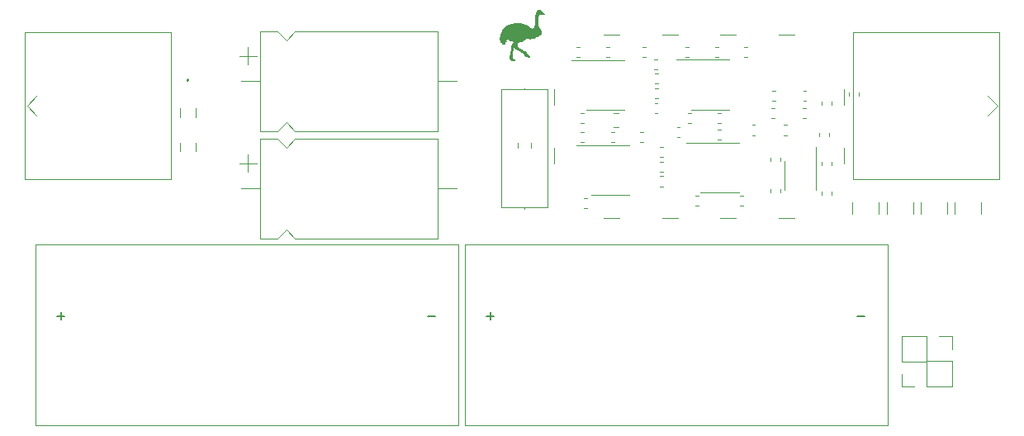
<source format=gbr>
%TF.GenerationSoftware,KiCad,Pcbnew,(5.1.6)-1*%
%TF.CreationDate,2020-07-02T12:36:14+02:00*%
%TF.ProjectId,mu_lna,6d755f6c-6e61-42e6-9b69-6361645f7063,rev?*%
%TF.SameCoordinates,Original*%
%TF.FileFunction,Legend,Top*%
%TF.FilePolarity,Positive*%
%FSLAX46Y46*%
G04 Gerber Fmt 4.6, Leading zero omitted, Abs format (unit mm)*
G04 Created by KiCad (PCBNEW (5.1.6)-1) date 2020-07-02 12:36:14*
%MOMM*%
%LPD*%
G01*
G04 APERTURE LIST*
%ADD10C,0.010000*%
%ADD11C,0.200000*%
%ADD12C,0.100000*%
%ADD13C,0.120000*%
%ADD14C,0.150000*%
G04 APERTURE END LIST*
D10*
%TO.C,G\u002A\u002A\u002A*%
G36*
X147983200Y-77696160D02*
G01*
X148021212Y-77702067D01*
X148039012Y-77706419D01*
X148092396Y-77723821D01*
X148139915Y-77745946D01*
X148182122Y-77773051D01*
X148184308Y-77774698D01*
X148210168Y-77796733D01*
X148230973Y-77820379D01*
X148248967Y-77848313D01*
X148254443Y-77858493D01*
X148270979Y-77889140D01*
X148286363Y-77914279D01*
X148301983Y-77935443D01*
X148319232Y-77954164D01*
X148339499Y-77971974D01*
X148364175Y-77990405D01*
X148390088Y-78007991D01*
X148424328Y-78031717D01*
X148453563Y-78054329D01*
X148477387Y-78075428D01*
X148495395Y-78094614D01*
X148507183Y-78111490D01*
X148512346Y-78125655D01*
X148512554Y-78128635D01*
X148510816Y-78137411D01*
X148504125Y-78141755D01*
X148502056Y-78142332D01*
X148491479Y-78143158D01*
X148474795Y-78142236D01*
X148453465Y-78139762D01*
X148428951Y-78135933D01*
X148402715Y-78130948D01*
X148379692Y-78125838D01*
X148360315Y-78121280D01*
X148341482Y-78116943D01*
X148325893Y-78113447D01*
X148319123Y-78111988D01*
X148304417Y-78108815D01*
X148290350Y-78105622D01*
X148285908Y-78104561D01*
X148278780Y-78103023D01*
X148269881Y-78101571D01*
X148257870Y-78100043D01*
X148241401Y-78098276D01*
X148219133Y-78096108D01*
X148205960Y-78094874D01*
X148195453Y-78095053D01*
X148178948Y-78096705D01*
X148158064Y-78099563D01*
X148134422Y-78103358D01*
X148109642Y-78107825D01*
X148085345Y-78112694D01*
X148063150Y-78117698D01*
X148054254Y-78119930D01*
X148015805Y-78132573D01*
X147981455Y-78149115D01*
X147952120Y-78168948D01*
X147928716Y-78191465D01*
X147913581Y-78213332D01*
X147909167Y-78223268D01*
X147903198Y-78239204D01*
X147896170Y-78259596D01*
X147888578Y-78282902D01*
X147880918Y-78307579D01*
X147873685Y-78332086D01*
X147867375Y-78354879D01*
X147864386Y-78366493D01*
X147855105Y-78408982D01*
X147846647Y-78457999D01*
X147839188Y-78512280D01*
X147832902Y-78570563D01*
X147828327Y-78626354D01*
X147826888Y-78653022D01*
X147825859Y-78685253D01*
X147825219Y-78722097D01*
X147824947Y-78762603D01*
X147825023Y-78805821D01*
X147825425Y-78850802D01*
X147826133Y-78896595D01*
X147827125Y-78942250D01*
X147828381Y-78986817D01*
X147829880Y-79029346D01*
X147831601Y-79068887D01*
X147833523Y-79104489D01*
X147835626Y-79135204D01*
X147837887Y-79160080D01*
X147840288Y-79178167D01*
X147840485Y-79179293D01*
X147847068Y-79215074D01*
X147852958Y-79244589D01*
X147858607Y-79269302D01*
X147864467Y-79290676D01*
X147870991Y-79310178D01*
X147878630Y-79329270D01*
X147887837Y-79349418D01*
X147899065Y-79372085D01*
X147901502Y-79376873D01*
X147913781Y-79400122D01*
X147926910Y-79423261D01*
X147941476Y-79447171D01*
X147958068Y-79472733D01*
X147977272Y-79500829D01*
X147999677Y-79532339D01*
X148025871Y-79568147D01*
X148055894Y-79608403D01*
X148074185Y-79632980D01*
X148091518Y-79656688D01*
X148107157Y-79678488D01*
X148120366Y-79697340D01*
X148130407Y-79712204D01*
X148136543Y-79722040D01*
X148137046Y-79722952D01*
X148142749Y-79735363D01*
X148149652Y-79753117D01*
X148156951Y-79774003D01*
X148163841Y-79795809D01*
X148164944Y-79799550D01*
X148174921Y-79838343D01*
X148182104Y-79877350D01*
X148186729Y-79918533D01*
X148189035Y-79963856D01*
X148189383Y-80001862D01*
X148189158Y-80024217D01*
X148188552Y-80040832D01*
X148187266Y-80053782D01*
X148185001Y-80065141D01*
X148181457Y-80076985D01*
X148176565Y-80090762D01*
X148168914Y-80109727D01*
X148162390Y-80121201D01*
X148156596Y-80125355D01*
X148151134Y-80122362D01*
X148145608Y-80112396D01*
X148142897Y-80105416D01*
X148138550Y-80094511D01*
X148134905Y-80087419D01*
X148133385Y-80085877D01*
X148129098Y-80089162D01*
X148122324Y-80098051D01*
X148113943Y-80111090D01*
X148104831Y-80126829D01*
X148095865Y-80143815D01*
X148087924Y-80160597D01*
X148087145Y-80162379D01*
X148078131Y-80183121D01*
X148071482Y-80197898D01*
X148066480Y-80207931D01*
X148062410Y-80214437D01*
X148058554Y-80218637D01*
X148054198Y-80221749D01*
X148051222Y-80223498D01*
X148043188Y-80227627D01*
X148038658Y-80227308D01*
X148034463Y-80222156D01*
X148033968Y-80221403D01*
X148030695Y-80212163D01*
X148028086Y-80195776D01*
X148026241Y-80172887D01*
X148026103Y-80170285D01*
X148025034Y-80152687D01*
X148023810Y-80137959D01*
X148022598Y-80127869D01*
X148021756Y-80124336D01*
X148018179Y-80123641D01*
X148013200Y-80129011D01*
X148007659Y-80139022D01*
X148002395Y-80152252D01*
X147999471Y-80162093D01*
X147989935Y-80192529D01*
X147978604Y-80216158D01*
X147965050Y-80233867D01*
X147964934Y-80233985D01*
X147951716Y-80244826D01*
X147935458Y-80254586D01*
X147918849Y-80261913D01*
X147904579Y-80265455D01*
X147902024Y-80265593D01*
X147895980Y-80266761D01*
X147889498Y-80270948D01*
X147881349Y-80279244D01*
X147870304Y-80292736D01*
X147867825Y-80295916D01*
X147850354Y-80318210D01*
X147836611Y-80335084D01*
X147825703Y-80347423D01*
X147816740Y-80356111D01*
X147808830Y-80362033D01*
X147801081Y-80366074D01*
X147794729Y-80368437D01*
X147782939Y-80371776D01*
X147775722Y-80371397D01*
X147771538Y-80366114D01*
X147768847Y-80354743D01*
X147767766Y-80347693D01*
X147765138Y-80332740D01*
X147762118Y-80325233D01*
X147757820Y-80324815D01*
X147751355Y-80331133D01*
X147745489Y-80338792D01*
X147735950Y-80350525D01*
X147722941Y-80364889D01*
X147708825Y-80379310D01*
X147704522Y-80383457D01*
X147678911Y-80406324D01*
X147657317Y-80422564D01*
X147639669Y-80432207D01*
X147625898Y-80435287D01*
X147615931Y-80431835D01*
X147611328Y-80425846D01*
X147606643Y-80415467D01*
X147603970Y-80408262D01*
X147602153Y-80404901D01*
X147598992Y-80405196D01*
X147593318Y-80409870D01*
X147583959Y-80419648D01*
X147581854Y-80421939D01*
X147570928Y-80434268D01*
X147557214Y-80450322D01*
X147542759Y-80467683D01*
X147533672Y-80478851D01*
X147507391Y-80509566D01*
X147483295Y-80533453D01*
X147460769Y-80550981D01*
X147439195Y-80562619D01*
X147417958Y-80568833D01*
X147414497Y-80569363D01*
X147403610Y-80569971D01*
X147398054Y-80567648D01*
X147396602Y-80565183D01*
X147396586Y-80559521D01*
X147397983Y-80547524D01*
X147400591Y-80530505D01*
X147404210Y-80509775D01*
X147408636Y-80486648D01*
X147408724Y-80486212D01*
X147414593Y-80455806D01*
X147418398Y-80432852D01*
X147419918Y-80417209D01*
X147418931Y-80408733D01*
X147415213Y-80407283D01*
X147408542Y-80412714D01*
X147398696Y-80424885D01*
X147385453Y-80443653D01*
X147372497Y-80462969D01*
X147353923Y-80490464D01*
X147338321Y-80512219D01*
X147324789Y-80529281D01*
X147312429Y-80542700D01*
X147300341Y-80553525D01*
X147287623Y-80562805D01*
X147285802Y-80564001D01*
X147267043Y-80575715D01*
X147251483Y-80584084D01*
X147236142Y-80590545D01*
X147219108Y-80596213D01*
X147204203Y-80600330D01*
X147194951Y-80601197D01*
X147189725Y-80598412D01*
X147186897Y-80591567D01*
X147186150Y-80588016D01*
X147183582Y-80578999D01*
X147180574Y-80574465D01*
X147180073Y-80574339D01*
X147175325Y-80575511D01*
X147164524Y-80578744D01*
X147149031Y-80583615D01*
X147130201Y-80589700D01*
X147118652Y-80593498D01*
X147087135Y-80603665D01*
X147061834Y-80611161D01*
X147041696Y-80616194D01*
X147025671Y-80618972D01*
X147012709Y-80619702D01*
X147001757Y-80618592D01*
X146997137Y-80617530D01*
X146987156Y-80613983D01*
X146981343Y-80610255D01*
X146980738Y-80608982D01*
X146981921Y-80601664D01*
X146984990Y-80589446D01*
X146989222Y-80574795D01*
X146993898Y-80560178D01*
X146998295Y-80548062D01*
X146999157Y-80545968D01*
X147002537Y-80536249D01*
X147003394Y-80529805D01*
X147003015Y-80528882D01*
X146998630Y-80529228D01*
X146988510Y-80531965D01*
X146974195Y-80536629D01*
X146958442Y-80542299D01*
X146923466Y-80555227D01*
X146894913Y-80565315D01*
X146872002Y-80572751D01*
X146853951Y-80577721D01*
X146839979Y-80580412D01*
X146829303Y-80581012D01*
X146821142Y-80579708D01*
X146814723Y-80576692D01*
X146809330Y-80572338D01*
X146806365Y-80566724D01*
X146805122Y-80557569D01*
X146804892Y-80544941D01*
X146804908Y-80534414D01*
X146804213Y-80526988D01*
X146801696Y-80522319D01*
X146796245Y-80520064D01*
X146786748Y-80519877D01*
X146772095Y-80521416D01*
X146751173Y-80524335D01*
X146742369Y-80525590D01*
X146714277Y-80530041D01*
X146692305Y-80534992D01*
X146674770Y-80541326D01*
X146659986Y-80549928D01*
X146646268Y-80561682D01*
X146631931Y-80577472D01*
X146623259Y-80588087D01*
X146594205Y-80622175D01*
X146566793Y-80649424D01*
X146540255Y-80670430D01*
X146513820Y-80685790D01*
X146486720Y-80696098D01*
X146482189Y-80697339D01*
X146464079Y-80702389D01*
X146448615Y-80707759D01*
X146434644Y-80714235D01*
X146421011Y-80722608D01*
X146406562Y-80733666D01*
X146390144Y-80748196D01*
X146370602Y-80766987D01*
X146349815Y-80787763D01*
X146326095Y-80810245D01*
X146298677Y-80833878D01*
X146270003Y-80856687D01*
X146242513Y-80876698D01*
X146227772Y-80886434D01*
X146216880Y-80893602D01*
X146209051Y-80899351D01*
X146206280Y-80902045D01*
X146202630Y-80904922D01*
X146194110Y-80910275D01*
X146182769Y-80916941D01*
X146170654Y-80923757D01*
X146159813Y-80929562D01*
X146152294Y-80933194D01*
X146150251Y-80933846D01*
X146150358Y-80930691D01*
X146152975Y-80922684D01*
X146157222Y-80912018D01*
X146162218Y-80900884D01*
X146167084Y-80891472D01*
X146167688Y-80890445D01*
X146172634Y-80882685D01*
X146180649Y-80870622D01*
X146190324Y-80856363D01*
X146194598Y-80850149D01*
X146205517Y-80832769D01*
X146214804Y-80815048D01*
X146221736Y-80798680D01*
X146225592Y-80785364D01*
X146225713Y-80776970D01*
X146222154Y-80776942D01*
X146214189Y-80780784D01*
X146204964Y-80786699D01*
X146180391Y-80803844D01*
X146160691Y-80817271D01*
X146144429Y-80827880D01*
X146130172Y-80836568D01*
X146116487Y-80844234D01*
X146101938Y-80851778D01*
X146097895Y-80853801D01*
X146079967Y-80862486D01*
X146057585Y-80872975D01*
X146033487Y-80884004D01*
X146010407Y-80894307D01*
X146008325Y-80895221D01*
X145962560Y-80916427D01*
X145922857Y-80937432D01*
X145887547Y-80959162D01*
X145867413Y-80973196D01*
X145854592Y-80982110D01*
X145843704Y-80988883D01*
X145836603Y-80992387D01*
X145835466Y-80992633D01*
X145828492Y-80994052D01*
X145817850Y-80997383D01*
X145814292Y-80998672D01*
X145802123Y-81002739D01*
X145791508Y-81005480D01*
X145789595Y-81005809D01*
X145780938Y-81008243D01*
X145776968Y-81010638D01*
X145774407Y-81016040D01*
X145770563Y-81027749D01*
X145765782Y-81044428D01*
X145760413Y-81064740D01*
X145754803Y-81087350D01*
X145749299Y-81110919D01*
X145744250Y-81134113D01*
X145742062Y-81144862D01*
X145732077Y-81200065D01*
X145724953Y-81250268D01*
X145720701Y-81295108D01*
X145719330Y-81334221D01*
X145720852Y-81367244D01*
X145725276Y-81393814D01*
X145732614Y-81413567D01*
X145734291Y-81416445D01*
X145741563Y-81424779D01*
X145752963Y-81434493D01*
X145763511Y-81441846D01*
X145783000Y-81457052D01*
X145798200Y-81476467D01*
X145798956Y-81477688D01*
X145811688Y-81495112D01*
X145829959Y-81515425D01*
X145852580Y-81537539D01*
X145878362Y-81560364D01*
X145906117Y-81582813D01*
X145934657Y-81603796D01*
X145942474Y-81609157D01*
X145970154Y-81627516D01*
X146003387Y-81649037D01*
X146041023Y-81673014D01*
X146081914Y-81698740D01*
X146124910Y-81725508D01*
X146168863Y-81752612D01*
X146212623Y-81779345D01*
X146255042Y-81804999D01*
X146294970Y-81828869D01*
X146331258Y-81850246D01*
X146362758Y-81868425D01*
X146377000Y-81876455D01*
X146398021Y-81887673D01*
X146422515Y-81899970D01*
X146446715Y-81911483D01*
X146459062Y-81917037D01*
X146487099Y-81929640D01*
X146516046Y-81943282D01*
X146544646Y-81957315D01*
X146571644Y-81971092D01*
X146595781Y-81983966D01*
X146615801Y-81995291D01*
X146630448Y-82004420D01*
X146634748Y-82007483D01*
X146648386Y-82019594D01*
X146656366Y-82031462D01*
X146658729Y-82037813D01*
X146665604Y-82058246D01*
X146675193Y-82082895D01*
X146686403Y-82109149D01*
X146698139Y-82134398D01*
X146704497Y-82147052D01*
X146712691Y-82161872D01*
X146721228Y-82174820D01*
X146731327Y-82187303D01*
X146744212Y-82200726D01*
X146761102Y-82216494D01*
X146777332Y-82230879D01*
X146799167Y-82253506D01*
X146812956Y-82274676D01*
X146825236Y-82293025D01*
X146843837Y-82312813D01*
X146867628Y-82333116D01*
X146895479Y-82353013D01*
X146926260Y-82371580D01*
X146941429Y-82379590D01*
X146971825Y-82398906D01*
X146996604Y-82423081D01*
X147015242Y-82451418D01*
X147027209Y-82483219D01*
X147030041Y-82496943D01*
X147031118Y-82510378D01*
X147028521Y-82517929D01*
X147021440Y-82520049D01*
X147009063Y-82517194D01*
X146999995Y-82513785D01*
X146968380Y-82503671D01*
X146937460Y-82498789D01*
X146911793Y-82499218D01*
X146889725Y-82498794D01*
X146864088Y-82493225D01*
X146836555Y-82483166D01*
X146808800Y-82469266D01*
X146782496Y-82452179D01*
X146773860Y-82445498D01*
X146759292Y-82433806D01*
X146744443Y-82422106D01*
X146730625Y-82411405D01*
X146719149Y-82402710D01*
X146711329Y-82397029D01*
X146708525Y-82395323D01*
X146706387Y-82398527D01*
X146702679Y-82406427D01*
X146701864Y-82408344D01*
X146691554Y-82424855D01*
X146677405Y-82434691D01*
X146659814Y-82437599D01*
X146656400Y-82437375D01*
X146633900Y-82432049D01*
X146610256Y-82421130D01*
X146587448Y-82406034D01*
X146567458Y-82388177D01*
X146552266Y-82368973D01*
X146547061Y-82359247D01*
X146542952Y-82347836D01*
X146538241Y-82331545D01*
X146533712Y-82313187D01*
X146532035Y-82305446D01*
X146521850Y-82265056D01*
X146508909Y-82230792D01*
X146492417Y-82201217D01*
X146471580Y-82174893D01*
X146447081Y-82151624D01*
X146426343Y-82134925D01*
X146399603Y-82114731D01*
X146367592Y-82091517D01*
X146331040Y-82065758D01*
X146290679Y-82037928D01*
X146247239Y-82008502D01*
X146201451Y-81977954D01*
X146154046Y-81946760D01*
X146105754Y-81915394D01*
X146057306Y-81884330D01*
X146009433Y-81854043D01*
X145962866Y-81825007D01*
X145918335Y-81797698D01*
X145876571Y-81772590D01*
X145838304Y-81750157D01*
X145804266Y-81730874D01*
X145775188Y-81715216D01*
X145775167Y-81715205D01*
X145747996Y-81702326D01*
X145716884Y-81689574D01*
X145685581Y-81678463D01*
X145679428Y-81676510D01*
X145635355Y-81662372D01*
X145598319Y-81649394D01*
X145567685Y-81637243D01*
X145542816Y-81625587D01*
X145523080Y-81614095D01*
X145507839Y-81602434D01*
X145496460Y-81590273D01*
X145488306Y-81577280D01*
X145487866Y-81576386D01*
X145483426Y-81565990D01*
X145481203Y-81556312D01*
X145480839Y-81544492D01*
X145481897Y-81528601D01*
X145483800Y-81508973D01*
X145486597Y-81483346D01*
X145490071Y-81453460D01*
X145494006Y-81421054D01*
X145498186Y-81387864D01*
X145502393Y-81355631D01*
X145506412Y-81326092D01*
X145510027Y-81300985D01*
X145511178Y-81293424D01*
X145513948Y-81274906D01*
X145516068Y-81259421D01*
X145517345Y-81248468D01*
X145517589Y-81243550D01*
X145517539Y-81243437D01*
X145514908Y-81245895D01*
X145508734Y-81253643D01*
X145499864Y-81265500D01*
X145489142Y-81280287D01*
X145477412Y-81296824D01*
X145465520Y-81313933D01*
X145454309Y-81330433D01*
X145444625Y-81345146D01*
X145444007Y-81346108D01*
X145425977Y-81375993D01*
X145411908Y-81403852D01*
X145400287Y-81433024D01*
X145390193Y-81464800D01*
X145384300Y-81484429D01*
X145379435Y-81498323D01*
X145374690Y-81508316D01*
X145369157Y-81516246D01*
X145361928Y-81523947D01*
X145360039Y-81525776D01*
X145353367Y-81532881D01*
X145347479Y-81541045D01*
X145342125Y-81551089D01*
X145337052Y-81563834D01*
X145332009Y-81580100D01*
X145326745Y-81600709D01*
X145321007Y-81626481D01*
X145314546Y-81658237D01*
X145307108Y-81696797D01*
X145306241Y-81701378D01*
X145283762Y-81824095D01*
X145264109Y-81939554D01*
X145247278Y-82047780D01*
X145233266Y-82148801D01*
X145222070Y-82242642D01*
X145213686Y-82329330D01*
X145208111Y-82408893D01*
X145205342Y-82481356D01*
X145205018Y-82508646D01*
X145204945Y-82541889D01*
X145205238Y-82568450D01*
X145206270Y-82589464D01*
X145208416Y-82606065D01*
X145212048Y-82619386D01*
X145217542Y-82630563D01*
X145225269Y-82640728D01*
X145235605Y-82651016D01*
X145248923Y-82662561D01*
X145258334Y-82670425D01*
X145274771Y-82683698D01*
X145290747Y-82695836D01*
X145304471Y-82705525D01*
X145314151Y-82711448D01*
X145314396Y-82711572D01*
X145326859Y-82716151D01*
X145345681Y-82720872D01*
X145369424Y-82725400D01*
X145383202Y-82727562D01*
X145412820Y-82732017D01*
X145435813Y-82735796D01*
X145453312Y-82739156D01*
X145466452Y-82742351D01*
X145476366Y-82745637D01*
X145484186Y-82749269D01*
X145487122Y-82750961D01*
X145497278Y-82760380D01*
X145499940Y-82771780D01*
X145495105Y-82785236D01*
X145485612Y-82797782D01*
X145476418Y-82806810D01*
X145466429Y-82813799D01*
X145454692Y-82818878D01*
X145440249Y-82822175D01*
X145422145Y-82823818D01*
X145399425Y-82823937D01*
X145371134Y-82822658D01*
X145336316Y-82820110D01*
X145325831Y-82819235D01*
X145280449Y-82815352D01*
X145242140Y-82812011D01*
X145210186Y-82809132D01*
X145183870Y-82806632D01*
X145162474Y-82804433D01*
X145145281Y-82802452D01*
X145131572Y-82800609D01*
X145120630Y-82798823D01*
X145111738Y-82797014D01*
X145104177Y-82795101D01*
X145099702Y-82793784D01*
X145079934Y-82786450D01*
X145066082Y-82777653D01*
X145056255Y-82765555D01*
X145048563Y-82748318D01*
X145046431Y-82742001D01*
X145036559Y-82717829D01*
X145023852Y-82699411D01*
X145006912Y-82684819D01*
X145003174Y-82682367D01*
X144989322Y-82669698D01*
X144977484Y-82650492D01*
X144972279Y-82638902D01*
X144968853Y-82628083D01*
X144966746Y-82615666D01*
X144965500Y-82599284D01*
X144964953Y-82585973D01*
X144964781Y-82565078D01*
X144965513Y-82543718D01*
X144966999Y-82525158D01*
X144968041Y-82517588D01*
X144969851Y-82508632D01*
X144973341Y-82492924D01*
X144978313Y-82471302D01*
X144984569Y-82444602D01*
X144991912Y-82413658D01*
X145000145Y-82379307D01*
X145009070Y-82342385D01*
X145018488Y-82303729D01*
X145020938Y-82293723D01*
X145035484Y-82234162D01*
X145048298Y-82181076D01*
X145059591Y-82133373D01*
X145069578Y-82089958D01*
X145078471Y-82049737D01*
X145086482Y-82011617D01*
X145093825Y-81974505D01*
X145100712Y-81937305D01*
X145107355Y-81898926D01*
X145113968Y-81858272D01*
X145120763Y-81814250D01*
X145127952Y-81765767D01*
X145135750Y-81711729D01*
X145140184Y-81680586D01*
X145147423Y-81629147D01*
X145153533Y-81584721D01*
X145158594Y-81546597D01*
X145162687Y-81514068D01*
X145165891Y-81486425D01*
X145168287Y-81462958D01*
X145169955Y-81442958D01*
X145170976Y-81425717D01*
X145171431Y-81410525D01*
X145171472Y-81404621D01*
X145172896Y-81365914D01*
X145176934Y-81326761D01*
X145183252Y-81288984D01*
X145191515Y-81254406D01*
X145201388Y-81224851D01*
X145206698Y-81212783D01*
X145215686Y-81197386D01*
X145226822Y-81182402D01*
X145234969Y-81173707D01*
X145267539Y-81142693D01*
X145300716Y-81108730D01*
X145333641Y-81072859D01*
X145365453Y-81036124D01*
X145395294Y-80999566D01*
X145422303Y-80964227D01*
X145445622Y-80931150D01*
X145464390Y-80901377D01*
X145473877Y-80884023D01*
X145484224Y-80863508D01*
X145412843Y-80863502D01*
X145386425Y-80863393D01*
X145366569Y-80863004D01*
X145352023Y-80862234D01*
X145341535Y-80860983D01*
X145333853Y-80859150D01*
X145327785Y-80856663D01*
X145318789Y-80851000D01*
X145313785Y-80844328D01*
X145312978Y-80835755D01*
X145316576Y-80824391D01*
X145324784Y-80809344D01*
X145337811Y-80789721D01*
X145345960Y-80778242D01*
X145356133Y-80763811D01*
X145365058Y-80750616D01*
X145371352Y-80740724D01*
X145372953Y-80737910D01*
X145378346Y-80727588D01*
X145320526Y-80744665D01*
X145291883Y-80753274D01*
X145269630Y-80760360D01*
X145252593Y-80766367D01*
X145239597Y-80771738D01*
X145229470Y-80776917D01*
X145221303Y-80782158D01*
X145209636Y-80787610D01*
X145200716Y-80786539D01*
X145195376Y-80780000D01*
X145194453Y-80769048D01*
X145198781Y-80754737D01*
X145199083Y-80754093D01*
X145205172Y-80740015D01*
X145210016Y-80726479D01*
X145212991Y-80715507D01*
X145213475Y-80709120D01*
X145213144Y-80708488D01*
X145209191Y-80709932D01*
X145199658Y-80716149D01*
X145184925Y-80726854D01*
X145165370Y-80741762D01*
X145141372Y-80760589D01*
X145113309Y-80783049D01*
X145104673Y-80790032D01*
X145083253Y-80806781D01*
X145065995Y-80818676D01*
X145051557Y-80826416D01*
X145038597Y-80830696D01*
X145025773Y-80832213D01*
X145023332Y-80832246D01*
X145011004Y-80830755D01*
X145003234Y-80825527D01*
X145001714Y-80823561D01*
X144998304Y-80817323D01*
X144996442Y-80809639D01*
X144996152Y-80799175D01*
X144997459Y-80784598D01*
X145000388Y-80764574D01*
X145003136Y-80748231D01*
X145005847Y-80730673D01*
X145007513Y-80715933D01*
X145007980Y-80705711D01*
X145007313Y-80701839D01*
X145002927Y-80702482D01*
X144993537Y-80706906D01*
X144980527Y-80714389D01*
X144968047Y-80722354D01*
X144947621Y-80735117D01*
X144931907Y-80742913D01*
X144919889Y-80746088D01*
X144910547Y-80744987D01*
X144906882Y-80743150D01*
X144900481Y-80735082D01*
X144894642Y-80719555D01*
X144889468Y-80696913D01*
X144886006Y-80674850D01*
X144883332Y-80658105D01*
X144880310Y-80644172D01*
X144877394Y-80634958D01*
X144875886Y-80632490D01*
X144872172Y-80630762D01*
X144866422Y-80630770D01*
X144857707Y-80632811D01*
X144845099Y-80637184D01*
X144827669Y-80644187D01*
X144804488Y-80654120D01*
X144793089Y-80659116D01*
X144773542Y-80667629D01*
X144759766Y-80673263D01*
X144750419Y-80676377D01*
X144744158Y-80677329D01*
X144739642Y-80676479D01*
X144735863Y-80674406D01*
X144731144Y-80669181D01*
X144723528Y-80658265D01*
X144713781Y-80642867D01*
X144702671Y-80624198D01*
X144691576Y-80604575D01*
X144674811Y-80574305D01*
X144661153Y-80549996D01*
X144650025Y-80530716D01*
X144640851Y-80515532D01*
X144633053Y-80503512D01*
X144626056Y-80493723D01*
X144619282Y-80485235D01*
X144613991Y-80479150D01*
X144604781Y-80469450D01*
X144599184Y-80465316D01*
X144596122Y-80466067D01*
X144595432Y-80467401D01*
X144593953Y-80477770D01*
X144594624Y-80494800D01*
X144597315Y-80517675D01*
X144601899Y-80545578D01*
X144608246Y-80577696D01*
X144616228Y-80613211D01*
X144622506Y-80638816D01*
X144629019Y-80666372D01*
X144634448Y-80692960D01*
X144638636Y-80717431D01*
X144641425Y-80738636D01*
X144642657Y-80755425D01*
X144642173Y-80766650D01*
X144640632Y-80770685D01*
X144635826Y-80772174D01*
X144629487Y-80767160D01*
X144628748Y-80766323D01*
X144608526Y-80742122D01*
X144588429Y-80716106D01*
X144572370Y-80694063D01*
X144561721Y-80679672D01*
X144551781Y-80667136D01*
X144543999Y-80658244D01*
X144541108Y-80655510D01*
X144532170Y-80650623D01*
X144523173Y-80648826D01*
X144516677Y-80650310D01*
X144514985Y-80653586D01*
X144516263Y-80658538D01*
X144519852Y-80669749D01*
X144525382Y-80686136D01*
X144532485Y-80706618D01*
X144540791Y-80730110D01*
X144546628Y-80746394D01*
X144561219Y-80786923D01*
X144573334Y-80820737D01*
X144583164Y-80848467D01*
X144590900Y-80870744D01*
X144596732Y-80888199D01*
X144600850Y-80901464D01*
X144603444Y-80911170D01*
X144604706Y-80917948D01*
X144604825Y-80922429D01*
X144603991Y-80925245D01*
X144602396Y-80927026D01*
X144601323Y-80927756D01*
X144595397Y-80927590D01*
X144584788Y-80924031D01*
X144571330Y-80917997D01*
X144556856Y-80910408D01*
X144543202Y-80902185D01*
X144532200Y-80894245D01*
X144529215Y-80891607D01*
X144521199Y-80883368D01*
X144509554Y-80870659D01*
X144495654Y-80855012D01*
X144480872Y-80837961D01*
X144476001Y-80832246D01*
X144458213Y-80811683D01*
X144441974Y-80793667D01*
X144428033Y-80778977D01*
X144417143Y-80768391D01*
X144410052Y-80762687D01*
X144408135Y-80761908D01*
X144406258Y-80765290D01*
X144403313Y-80773831D01*
X144401889Y-80778681D01*
X144399902Y-80788110D01*
X144399298Y-80798702D01*
X144400129Y-80812422D01*
X144402445Y-80831238D01*
X144403452Y-80838274D01*
X144416444Y-80920546D01*
X144430584Y-80997693D01*
X144444946Y-81065409D01*
X144450095Y-81088781D01*
X144454626Y-81110924D01*
X144458216Y-81130129D01*
X144460541Y-81144687D01*
X144461251Y-81151378D01*
X144461572Y-81162642D01*
X144460369Y-81167991D01*
X144456702Y-81169306D01*
X144452507Y-81168881D01*
X144434362Y-81164263D01*
X144413923Y-81155939D01*
X144394679Y-81145460D01*
X144385594Y-81139128D01*
X144375049Y-81129121D01*
X144363086Y-81115103D01*
X144352086Y-81099896D01*
X144350862Y-81097995D01*
X144337389Y-81077424D01*
X144324832Y-81059526D01*
X144313941Y-81045273D01*
X144305464Y-81035640D01*
X144300153Y-81031602D01*
X144299710Y-81031539D01*
X144294254Y-81029338D01*
X144285647Y-81023851D01*
X144282824Y-81021769D01*
X144274237Y-81015653D01*
X144268356Y-81012250D01*
X144267454Y-81012000D01*
X144266514Y-81015669D01*
X144265729Y-81025724D01*
X144265169Y-81040735D01*
X144264904Y-81059272D01*
X144264892Y-81064336D01*
X144264738Y-81086280D01*
X144264195Y-81101562D01*
X144263142Y-81111330D01*
X144261460Y-81116732D01*
X144259182Y-81118863D01*
X144254324Y-81117061D01*
X144245909Y-81110559D01*
X144235285Y-81100743D01*
X144223800Y-81089000D01*
X144212799Y-81076715D01*
X144203631Y-81065276D01*
X144197642Y-81056068D01*
X144197110Y-81054985D01*
X144191898Y-81045313D01*
X144187847Y-81039354D01*
X144182670Y-81032382D01*
X144175774Y-81022418D01*
X144174036Y-81019816D01*
X144164099Y-81008817D01*
X144153181Y-81005216D01*
X144140324Y-81008871D01*
X144132483Y-81013641D01*
X144116284Y-81021946D01*
X144102167Y-81022813D01*
X144089810Y-81016243D01*
X144086986Y-81013470D01*
X144078725Y-81002365D01*
X144068935Y-80985850D01*
X144058593Y-80965916D01*
X144048679Y-80944555D01*
X144040171Y-80923758D01*
X144034206Y-80906071D01*
X144019655Y-80852932D01*
X144008186Y-80805160D01*
X143999562Y-80761047D01*
X143993545Y-80718885D01*
X143989899Y-80676964D01*
X143988387Y-80633578D01*
X143988770Y-80587018D01*
X143988960Y-80580200D01*
X143995814Y-80477109D01*
X144010069Y-80373288D01*
X144031471Y-80269590D01*
X144059765Y-80166866D01*
X144094699Y-80065966D01*
X144136018Y-79967743D01*
X144183469Y-79873048D01*
X144217177Y-79814293D01*
X144228130Y-79796707D01*
X144241375Y-79776294D01*
X144256163Y-79754126D01*
X144271742Y-79731275D01*
X144287360Y-79708813D01*
X144302268Y-79687813D01*
X144315714Y-79669345D01*
X144326947Y-79654484D01*
X144335216Y-79644299D01*
X144338990Y-79640400D01*
X144342338Y-79636692D01*
X144349384Y-79628326D01*
X144358931Y-79616734D01*
X144365131Y-79609112D01*
X144384793Y-79585967D01*
X144408776Y-79559520D01*
X144435408Y-79531487D01*
X144463019Y-79503582D01*
X144489936Y-79477521D01*
X144514488Y-79455018D01*
X144519991Y-79450210D01*
X144534809Y-79437374D01*
X144547438Y-79426361D01*
X144556725Y-79418182D01*
X144561520Y-79413845D01*
X144561877Y-79413486D01*
X144566383Y-79409589D01*
X144575970Y-79402064D01*
X144589376Y-79391846D01*
X144605339Y-79379875D01*
X144622598Y-79367086D01*
X144639889Y-79354418D01*
X144655953Y-79342808D01*
X144669526Y-79333194D01*
X144675478Y-79329092D01*
X144759814Y-79275507D01*
X144845542Y-79228146D01*
X144931570Y-79187588D01*
X144977478Y-79168829D01*
X145049961Y-79143231D01*
X145128359Y-79119952D01*
X145211025Y-79099341D01*
X145296311Y-79081752D01*
X145382569Y-79067534D01*
X145468150Y-79057038D01*
X145525123Y-79052205D01*
X145542442Y-79050896D01*
X145558095Y-79049497D01*
X145569479Y-79048247D01*
X145572015Y-79047882D01*
X145580980Y-79047078D01*
X145596651Y-79046381D01*
X145617921Y-79045793D01*
X145643679Y-79045318D01*
X145672819Y-79044961D01*
X145704232Y-79044724D01*
X145736809Y-79044611D01*
X145769442Y-79044625D01*
X145801022Y-79044771D01*
X145830442Y-79045052D01*
X145856593Y-79045470D01*
X145878366Y-79046031D01*
X145894653Y-79046737D01*
X145896354Y-79046843D01*
X146009568Y-79056979D01*
X146122959Y-79072502D01*
X146233287Y-79092965D01*
X146236593Y-79093667D01*
X146255099Y-79097599D01*
X146272584Y-79101290D01*
X146286429Y-79104189D01*
X146291390Y-79105214D01*
X146301473Y-79107615D01*
X146316890Y-79111688D01*
X146335489Y-79116849D01*
X146353913Y-79122160D01*
X146408278Y-79138519D01*
X146456492Y-79153925D01*
X146500067Y-79168956D01*
X146540516Y-79184186D01*
X146579354Y-79200193D01*
X146618092Y-79217553D01*
X146658245Y-79236841D01*
X146668428Y-79241905D01*
X146687323Y-79251600D01*
X146707650Y-79262439D01*
X146728210Y-79273735D01*
X146747805Y-79284801D01*
X146765234Y-79294951D01*
X146779299Y-79303498D01*
X146788801Y-79309755D01*
X146792518Y-79312974D01*
X146796969Y-79316044D01*
X146797356Y-79316062D01*
X146801418Y-79318096D01*
X146810448Y-79323546D01*
X146822949Y-79331433D01*
X146837426Y-79340779D01*
X146852382Y-79350604D01*
X146866323Y-79359931D01*
X146877753Y-79367781D01*
X146885175Y-79373175D01*
X146886954Y-79374683D01*
X146891114Y-79377883D01*
X146899461Y-79383715D01*
X146904538Y-79387144D01*
X146920269Y-79397841D01*
X146937821Y-79410078D01*
X146955060Y-79422338D01*
X146969850Y-79433103D01*
X146979230Y-79440203D01*
X146996135Y-79452951D01*
X147019407Y-79469641D01*
X147048781Y-79490085D01*
X147083988Y-79514094D01*
X147086246Y-79515621D01*
X147128119Y-79541738D01*
X147169414Y-79563278D01*
X147208733Y-79579567D01*
X147236329Y-79587994D01*
X147269289Y-79592302D01*
X147304629Y-79589411D01*
X147341845Y-79579384D01*
X147360268Y-79572037D01*
X147399185Y-79552601D01*
X147431774Y-79530869D01*
X147459021Y-79505762D01*
X147481915Y-79476203D01*
X147501441Y-79441115D01*
X147518586Y-79399422D01*
X147518707Y-79399084D01*
X147530792Y-79364030D01*
X147541006Y-79331094D01*
X147549495Y-79299206D01*
X147556401Y-79267296D01*
X147561871Y-79234294D01*
X147566049Y-79199132D01*
X147569080Y-79160739D01*
X147571108Y-79118046D01*
X147572278Y-79069983D01*
X147572734Y-79015481D01*
X147572754Y-78999539D01*
X147572679Y-78965467D01*
X147572466Y-78928619D01*
X147572128Y-78889796D01*
X147571682Y-78849799D01*
X147571143Y-78809430D01*
X147570525Y-78769492D01*
X147569844Y-78730786D01*
X147569115Y-78694114D01*
X147568354Y-78660277D01*
X147567575Y-78630078D01*
X147566793Y-78604318D01*
X147566025Y-78583799D01*
X147565285Y-78569323D01*
X147564587Y-78561691D01*
X147564448Y-78561032D01*
X147563998Y-78554567D01*
X147564187Y-78541829D01*
X147564913Y-78524323D01*
X147566076Y-78503556D01*
X147567573Y-78481035D01*
X147569303Y-78458266D01*
X147571166Y-78436754D01*
X147573060Y-78418008D01*
X147574882Y-78403532D01*
X147575169Y-78401662D01*
X147586111Y-78340926D01*
X147599694Y-78279248D01*
X147615624Y-78217360D01*
X147633606Y-78155995D01*
X147653347Y-78095888D01*
X147674552Y-78037770D01*
X147696926Y-77982376D01*
X147720175Y-77930438D01*
X147744005Y-77882690D01*
X147768121Y-77839864D01*
X147792229Y-77802695D01*
X147816035Y-77771915D01*
X147836523Y-77750675D01*
X147850805Y-77738001D01*
X147861844Y-77729107D01*
X147871980Y-77722305D01*
X147883551Y-77715905D01*
X147887323Y-77713976D01*
X147917303Y-77702062D01*
X147948913Y-77696140D01*
X147983200Y-77696160D01*
G37*
X147983200Y-77696160D02*
X148021212Y-77702067D01*
X148039012Y-77706419D01*
X148092396Y-77723821D01*
X148139915Y-77745946D01*
X148182122Y-77773051D01*
X148184308Y-77774698D01*
X148210168Y-77796733D01*
X148230973Y-77820379D01*
X148248967Y-77848313D01*
X148254443Y-77858493D01*
X148270979Y-77889140D01*
X148286363Y-77914279D01*
X148301983Y-77935443D01*
X148319232Y-77954164D01*
X148339499Y-77971974D01*
X148364175Y-77990405D01*
X148390088Y-78007991D01*
X148424328Y-78031717D01*
X148453563Y-78054329D01*
X148477387Y-78075428D01*
X148495395Y-78094614D01*
X148507183Y-78111490D01*
X148512346Y-78125655D01*
X148512554Y-78128635D01*
X148510816Y-78137411D01*
X148504125Y-78141755D01*
X148502056Y-78142332D01*
X148491479Y-78143158D01*
X148474795Y-78142236D01*
X148453465Y-78139762D01*
X148428951Y-78135933D01*
X148402715Y-78130948D01*
X148379692Y-78125838D01*
X148360315Y-78121280D01*
X148341482Y-78116943D01*
X148325893Y-78113447D01*
X148319123Y-78111988D01*
X148304417Y-78108815D01*
X148290350Y-78105622D01*
X148285908Y-78104561D01*
X148278780Y-78103023D01*
X148269881Y-78101571D01*
X148257870Y-78100043D01*
X148241401Y-78098276D01*
X148219133Y-78096108D01*
X148205960Y-78094874D01*
X148195453Y-78095053D01*
X148178948Y-78096705D01*
X148158064Y-78099563D01*
X148134422Y-78103358D01*
X148109642Y-78107825D01*
X148085345Y-78112694D01*
X148063150Y-78117698D01*
X148054254Y-78119930D01*
X148015805Y-78132573D01*
X147981455Y-78149115D01*
X147952120Y-78168948D01*
X147928716Y-78191465D01*
X147913581Y-78213332D01*
X147909167Y-78223268D01*
X147903198Y-78239204D01*
X147896170Y-78259596D01*
X147888578Y-78282902D01*
X147880918Y-78307579D01*
X147873685Y-78332086D01*
X147867375Y-78354879D01*
X147864386Y-78366493D01*
X147855105Y-78408982D01*
X147846647Y-78457999D01*
X147839188Y-78512280D01*
X147832902Y-78570563D01*
X147828327Y-78626354D01*
X147826888Y-78653022D01*
X147825859Y-78685253D01*
X147825219Y-78722097D01*
X147824947Y-78762603D01*
X147825023Y-78805821D01*
X147825425Y-78850802D01*
X147826133Y-78896595D01*
X147827125Y-78942250D01*
X147828381Y-78986817D01*
X147829880Y-79029346D01*
X147831601Y-79068887D01*
X147833523Y-79104489D01*
X147835626Y-79135204D01*
X147837887Y-79160080D01*
X147840288Y-79178167D01*
X147840485Y-79179293D01*
X147847068Y-79215074D01*
X147852958Y-79244589D01*
X147858607Y-79269302D01*
X147864467Y-79290676D01*
X147870991Y-79310178D01*
X147878630Y-79329270D01*
X147887837Y-79349418D01*
X147899065Y-79372085D01*
X147901502Y-79376873D01*
X147913781Y-79400122D01*
X147926910Y-79423261D01*
X147941476Y-79447171D01*
X147958068Y-79472733D01*
X147977272Y-79500829D01*
X147999677Y-79532339D01*
X148025871Y-79568147D01*
X148055894Y-79608403D01*
X148074185Y-79632980D01*
X148091518Y-79656688D01*
X148107157Y-79678488D01*
X148120366Y-79697340D01*
X148130407Y-79712204D01*
X148136543Y-79722040D01*
X148137046Y-79722952D01*
X148142749Y-79735363D01*
X148149652Y-79753117D01*
X148156951Y-79774003D01*
X148163841Y-79795809D01*
X148164944Y-79799550D01*
X148174921Y-79838343D01*
X148182104Y-79877350D01*
X148186729Y-79918533D01*
X148189035Y-79963856D01*
X148189383Y-80001862D01*
X148189158Y-80024217D01*
X148188552Y-80040832D01*
X148187266Y-80053782D01*
X148185001Y-80065141D01*
X148181457Y-80076985D01*
X148176565Y-80090762D01*
X148168914Y-80109727D01*
X148162390Y-80121201D01*
X148156596Y-80125355D01*
X148151134Y-80122362D01*
X148145608Y-80112396D01*
X148142897Y-80105416D01*
X148138550Y-80094511D01*
X148134905Y-80087419D01*
X148133385Y-80085877D01*
X148129098Y-80089162D01*
X148122324Y-80098051D01*
X148113943Y-80111090D01*
X148104831Y-80126829D01*
X148095865Y-80143815D01*
X148087924Y-80160597D01*
X148087145Y-80162379D01*
X148078131Y-80183121D01*
X148071482Y-80197898D01*
X148066480Y-80207931D01*
X148062410Y-80214437D01*
X148058554Y-80218637D01*
X148054198Y-80221749D01*
X148051222Y-80223498D01*
X148043188Y-80227627D01*
X148038658Y-80227308D01*
X148034463Y-80222156D01*
X148033968Y-80221403D01*
X148030695Y-80212163D01*
X148028086Y-80195776D01*
X148026241Y-80172887D01*
X148026103Y-80170285D01*
X148025034Y-80152687D01*
X148023810Y-80137959D01*
X148022598Y-80127869D01*
X148021756Y-80124336D01*
X148018179Y-80123641D01*
X148013200Y-80129011D01*
X148007659Y-80139022D01*
X148002395Y-80152252D01*
X147999471Y-80162093D01*
X147989935Y-80192529D01*
X147978604Y-80216158D01*
X147965050Y-80233867D01*
X147964934Y-80233985D01*
X147951716Y-80244826D01*
X147935458Y-80254586D01*
X147918849Y-80261913D01*
X147904579Y-80265455D01*
X147902024Y-80265593D01*
X147895980Y-80266761D01*
X147889498Y-80270948D01*
X147881349Y-80279244D01*
X147870304Y-80292736D01*
X147867825Y-80295916D01*
X147850354Y-80318210D01*
X147836611Y-80335084D01*
X147825703Y-80347423D01*
X147816740Y-80356111D01*
X147808830Y-80362033D01*
X147801081Y-80366074D01*
X147794729Y-80368437D01*
X147782939Y-80371776D01*
X147775722Y-80371397D01*
X147771538Y-80366114D01*
X147768847Y-80354743D01*
X147767766Y-80347693D01*
X147765138Y-80332740D01*
X147762118Y-80325233D01*
X147757820Y-80324815D01*
X147751355Y-80331133D01*
X147745489Y-80338792D01*
X147735950Y-80350525D01*
X147722941Y-80364889D01*
X147708825Y-80379310D01*
X147704522Y-80383457D01*
X147678911Y-80406324D01*
X147657317Y-80422564D01*
X147639669Y-80432207D01*
X147625898Y-80435287D01*
X147615931Y-80431835D01*
X147611328Y-80425846D01*
X147606643Y-80415467D01*
X147603970Y-80408262D01*
X147602153Y-80404901D01*
X147598992Y-80405196D01*
X147593318Y-80409870D01*
X147583959Y-80419648D01*
X147581854Y-80421939D01*
X147570928Y-80434268D01*
X147557214Y-80450322D01*
X147542759Y-80467683D01*
X147533672Y-80478851D01*
X147507391Y-80509566D01*
X147483295Y-80533453D01*
X147460769Y-80550981D01*
X147439195Y-80562619D01*
X147417958Y-80568833D01*
X147414497Y-80569363D01*
X147403610Y-80569971D01*
X147398054Y-80567648D01*
X147396602Y-80565183D01*
X147396586Y-80559521D01*
X147397983Y-80547524D01*
X147400591Y-80530505D01*
X147404210Y-80509775D01*
X147408636Y-80486648D01*
X147408724Y-80486212D01*
X147414593Y-80455806D01*
X147418398Y-80432852D01*
X147419918Y-80417209D01*
X147418931Y-80408733D01*
X147415213Y-80407283D01*
X147408542Y-80412714D01*
X147398696Y-80424885D01*
X147385453Y-80443653D01*
X147372497Y-80462969D01*
X147353923Y-80490464D01*
X147338321Y-80512219D01*
X147324789Y-80529281D01*
X147312429Y-80542700D01*
X147300341Y-80553525D01*
X147287623Y-80562805D01*
X147285802Y-80564001D01*
X147267043Y-80575715D01*
X147251483Y-80584084D01*
X147236142Y-80590545D01*
X147219108Y-80596213D01*
X147204203Y-80600330D01*
X147194951Y-80601197D01*
X147189725Y-80598412D01*
X147186897Y-80591567D01*
X147186150Y-80588016D01*
X147183582Y-80578999D01*
X147180574Y-80574465D01*
X147180073Y-80574339D01*
X147175325Y-80575511D01*
X147164524Y-80578744D01*
X147149031Y-80583615D01*
X147130201Y-80589700D01*
X147118652Y-80593498D01*
X147087135Y-80603665D01*
X147061834Y-80611161D01*
X147041696Y-80616194D01*
X147025671Y-80618972D01*
X147012709Y-80619702D01*
X147001757Y-80618592D01*
X146997137Y-80617530D01*
X146987156Y-80613983D01*
X146981343Y-80610255D01*
X146980738Y-80608982D01*
X146981921Y-80601664D01*
X146984990Y-80589446D01*
X146989222Y-80574795D01*
X146993898Y-80560178D01*
X146998295Y-80548062D01*
X146999157Y-80545968D01*
X147002537Y-80536249D01*
X147003394Y-80529805D01*
X147003015Y-80528882D01*
X146998630Y-80529228D01*
X146988510Y-80531965D01*
X146974195Y-80536629D01*
X146958442Y-80542299D01*
X146923466Y-80555227D01*
X146894913Y-80565315D01*
X146872002Y-80572751D01*
X146853951Y-80577721D01*
X146839979Y-80580412D01*
X146829303Y-80581012D01*
X146821142Y-80579708D01*
X146814723Y-80576692D01*
X146809330Y-80572338D01*
X146806365Y-80566724D01*
X146805122Y-80557569D01*
X146804892Y-80544941D01*
X146804908Y-80534414D01*
X146804213Y-80526988D01*
X146801696Y-80522319D01*
X146796245Y-80520064D01*
X146786748Y-80519877D01*
X146772095Y-80521416D01*
X146751173Y-80524335D01*
X146742369Y-80525590D01*
X146714277Y-80530041D01*
X146692305Y-80534992D01*
X146674770Y-80541326D01*
X146659986Y-80549928D01*
X146646268Y-80561682D01*
X146631931Y-80577472D01*
X146623259Y-80588087D01*
X146594205Y-80622175D01*
X146566793Y-80649424D01*
X146540255Y-80670430D01*
X146513820Y-80685790D01*
X146486720Y-80696098D01*
X146482189Y-80697339D01*
X146464079Y-80702389D01*
X146448615Y-80707759D01*
X146434644Y-80714235D01*
X146421011Y-80722608D01*
X146406562Y-80733666D01*
X146390144Y-80748196D01*
X146370602Y-80766987D01*
X146349815Y-80787763D01*
X146326095Y-80810245D01*
X146298677Y-80833878D01*
X146270003Y-80856687D01*
X146242513Y-80876698D01*
X146227772Y-80886434D01*
X146216880Y-80893602D01*
X146209051Y-80899351D01*
X146206280Y-80902045D01*
X146202630Y-80904922D01*
X146194110Y-80910275D01*
X146182769Y-80916941D01*
X146170654Y-80923757D01*
X146159813Y-80929562D01*
X146152294Y-80933194D01*
X146150251Y-80933846D01*
X146150358Y-80930691D01*
X146152975Y-80922684D01*
X146157222Y-80912018D01*
X146162218Y-80900884D01*
X146167084Y-80891472D01*
X146167688Y-80890445D01*
X146172634Y-80882685D01*
X146180649Y-80870622D01*
X146190324Y-80856363D01*
X146194598Y-80850149D01*
X146205517Y-80832769D01*
X146214804Y-80815048D01*
X146221736Y-80798680D01*
X146225592Y-80785364D01*
X146225713Y-80776970D01*
X146222154Y-80776942D01*
X146214189Y-80780784D01*
X146204964Y-80786699D01*
X146180391Y-80803844D01*
X146160691Y-80817271D01*
X146144429Y-80827880D01*
X146130172Y-80836568D01*
X146116487Y-80844234D01*
X146101938Y-80851778D01*
X146097895Y-80853801D01*
X146079967Y-80862486D01*
X146057585Y-80872975D01*
X146033487Y-80884004D01*
X146010407Y-80894307D01*
X146008325Y-80895221D01*
X145962560Y-80916427D01*
X145922857Y-80937432D01*
X145887547Y-80959162D01*
X145867413Y-80973196D01*
X145854592Y-80982110D01*
X145843704Y-80988883D01*
X145836603Y-80992387D01*
X145835466Y-80992633D01*
X145828492Y-80994052D01*
X145817850Y-80997383D01*
X145814292Y-80998672D01*
X145802123Y-81002739D01*
X145791508Y-81005480D01*
X145789595Y-81005809D01*
X145780938Y-81008243D01*
X145776968Y-81010638D01*
X145774407Y-81016040D01*
X145770563Y-81027749D01*
X145765782Y-81044428D01*
X145760413Y-81064740D01*
X145754803Y-81087350D01*
X145749299Y-81110919D01*
X145744250Y-81134113D01*
X145742062Y-81144862D01*
X145732077Y-81200065D01*
X145724953Y-81250268D01*
X145720701Y-81295108D01*
X145719330Y-81334221D01*
X145720852Y-81367244D01*
X145725276Y-81393814D01*
X145732614Y-81413567D01*
X145734291Y-81416445D01*
X145741563Y-81424779D01*
X145752963Y-81434493D01*
X145763511Y-81441846D01*
X145783000Y-81457052D01*
X145798200Y-81476467D01*
X145798956Y-81477688D01*
X145811688Y-81495112D01*
X145829959Y-81515425D01*
X145852580Y-81537539D01*
X145878362Y-81560364D01*
X145906117Y-81582813D01*
X145934657Y-81603796D01*
X145942474Y-81609157D01*
X145970154Y-81627516D01*
X146003387Y-81649037D01*
X146041023Y-81673014D01*
X146081914Y-81698740D01*
X146124910Y-81725508D01*
X146168863Y-81752612D01*
X146212623Y-81779345D01*
X146255042Y-81804999D01*
X146294970Y-81828869D01*
X146331258Y-81850246D01*
X146362758Y-81868425D01*
X146377000Y-81876455D01*
X146398021Y-81887673D01*
X146422515Y-81899970D01*
X146446715Y-81911483D01*
X146459062Y-81917037D01*
X146487099Y-81929640D01*
X146516046Y-81943282D01*
X146544646Y-81957315D01*
X146571644Y-81971092D01*
X146595781Y-81983966D01*
X146615801Y-81995291D01*
X146630448Y-82004420D01*
X146634748Y-82007483D01*
X146648386Y-82019594D01*
X146656366Y-82031462D01*
X146658729Y-82037813D01*
X146665604Y-82058246D01*
X146675193Y-82082895D01*
X146686403Y-82109149D01*
X146698139Y-82134398D01*
X146704497Y-82147052D01*
X146712691Y-82161872D01*
X146721228Y-82174820D01*
X146731327Y-82187303D01*
X146744212Y-82200726D01*
X146761102Y-82216494D01*
X146777332Y-82230879D01*
X146799167Y-82253506D01*
X146812956Y-82274676D01*
X146825236Y-82293025D01*
X146843837Y-82312813D01*
X146867628Y-82333116D01*
X146895479Y-82353013D01*
X146926260Y-82371580D01*
X146941429Y-82379590D01*
X146971825Y-82398906D01*
X146996604Y-82423081D01*
X147015242Y-82451418D01*
X147027209Y-82483219D01*
X147030041Y-82496943D01*
X147031118Y-82510378D01*
X147028521Y-82517929D01*
X147021440Y-82520049D01*
X147009063Y-82517194D01*
X146999995Y-82513785D01*
X146968380Y-82503671D01*
X146937460Y-82498789D01*
X146911793Y-82499218D01*
X146889725Y-82498794D01*
X146864088Y-82493225D01*
X146836555Y-82483166D01*
X146808800Y-82469266D01*
X146782496Y-82452179D01*
X146773860Y-82445498D01*
X146759292Y-82433806D01*
X146744443Y-82422106D01*
X146730625Y-82411405D01*
X146719149Y-82402710D01*
X146711329Y-82397029D01*
X146708525Y-82395323D01*
X146706387Y-82398527D01*
X146702679Y-82406427D01*
X146701864Y-82408344D01*
X146691554Y-82424855D01*
X146677405Y-82434691D01*
X146659814Y-82437599D01*
X146656400Y-82437375D01*
X146633900Y-82432049D01*
X146610256Y-82421130D01*
X146587448Y-82406034D01*
X146567458Y-82388177D01*
X146552266Y-82368973D01*
X146547061Y-82359247D01*
X146542952Y-82347836D01*
X146538241Y-82331545D01*
X146533712Y-82313187D01*
X146532035Y-82305446D01*
X146521850Y-82265056D01*
X146508909Y-82230792D01*
X146492417Y-82201217D01*
X146471580Y-82174893D01*
X146447081Y-82151624D01*
X146426343Y-82134925D01*
X146399603Y-82114731D01*
X146367592Y-82091517D01*
X146331040Y-82065758D01*
X146290679Y-82037928D01*
X146247239Y-82008502D01*
X146201451Y-81977954D01*
X146154046Y-81946760D01*
X146105754Y-81915394D01*
X146057306Y-81884330D01*
X146009433Y-81854043D01*
X145962866Y-81825007D01*
X145918335Y-81797698D01*
X145876571Y-81772590D01*
X145838304Y-81750157D01*
X145804266Y-81730874D01*
X145775188Y-81715216D01*
X145775167Y-81715205D01*
X145747996Y-81702326D01*
X145716884Y-81689574D01*
X145685581Y-81678463D01*
X145679428Y-81676510D01*
X145635355Y-81662372D01*
X145598319Y-81649394D01*
X145567685Y-81637243D01*
X145542816Y-81625587D01*
X145523080Y-81614095D01*
X145507839Y-81602434D01*
X145496460Y-81590273D01*
X145488306Y-81577280D01*
X145487866Y-81576386D01*
X145483426Y-81565990D01*
X145481203Y-81556312D01*
X145480839Y-81544492D01*
X145481897Y-81528601D01*
X145483800Y-81508973D01*
X145486597Y-81483346D01*
X145490071Y-81453460D01*
X145494006Y-81421054D01*
X145498186Y-81387864D01*
X145502393Y-81355631D01*
X145506412Y-81326092D01*
X145510027Y-81300985D01*
X145511178Y-81293424D01*
X145513948Y-81274906D01*
X145516068Y-81259421D01*
X145517345Y-81248468D01*
X145517589Y-81243550D01*
X145517539Y-81243437D01*
X145514908Y-81245895D01*
X145508734Y-81253643D01*
X145499864Y-81265500D01*
X145489142Y-81280287D01*
X145477412Y-81296824D01*
X145465520Y-81313933D01*
X145454309Y-81330433D01*
X145444625Y-81345146D01*
X145444007Y-81346108D01*
X145425977Y-81375993D01*
X145411908Y-81403852D01*
X145400287Y-81433024D01*
X145390193Y-81464800D01*
X145384300Y-81484429D01*
X145379435Y-81498323D01*
X145374690Y-81508316D01*
X145369157Y-81516246D01*
X145361928Y-81523947D01*
X145360039Y-81525776D01*
X145353367Y-81532881D01*
X145347479Y-81541045D01*
X145342125Y-81551089D01*
X145337052Y-81563834D01*
X145332009Y-81580100D01*
X145326745Y-81600709D01*
X145321007Y-81626481D01*
X145314546Y-81658237D01*
X145307108Y-81696797D01*
X145306241Y-81701378D01*
X145283762Y-81824095D01*
X145264109Y-81939554D01*
X145247278Y-82047780D01*
X145233266Y-82148801D01*
X145222070Y-82242642D01*
X145213686Y-82329330D01*
X145208111Y-82408893D01*
X145205342Y-82481356D01*
X145205018Y-82508646D01*
X145204945Y-82541889D01*
X145205238Y-82568450D01*
X145206270Y-82589464D01*
X145208416Y-82606065D01*
X145212048Y-82619386D01*
X145217542Y-82630563D01*
X145225269Y-82640728D01*
X145235605Y-82651016D01*
X145248923Y-82662561D01*
X145258334Y-82670425D01*
X145274771Y-82683698D01*
X145290747Y-82695836D01*
X145304471Y-82705525D01*
X145314151Y-82711448D01*
X145314396Y-82711572D01*
X145326859Y-82716151D01*
X145345681Y-82720872D01*
X145369424Y-82725400D01*
X145383202Y-82727562D01*
X145412820Y-82732017D01*
X145435813Y-82735796D01*
X145453312Y-82739156D01*
X145466452Y-82742351D01*
X145476366Y-82745637D01*
X145484186Y-82749269D01*
X145487122Y-82750961D01*
X145497278Y-82760380D01*
X145499940Y-82771780D01*
X145495105Y-82785236D01*
X145485612Y-82797782D01*
X145476418Y-82806810D01*
X145466429Y-82813799D01*
X145454692Y-82818878D01*
X145440249Y-82822175D01*
X145422145Y-82823818D01*
X145399425Y-82823937D01*
X145371134Y-82822658D01*
X145336316Y-82820110D01*
X145325831Y-82819235D01*
X145280449Y-82815352D01*
X145242140Y-82812011D01*
X145210186Y-82809132D01*
X145183870Y-82806632D01*
X145162474Y-82804433D01*
X145145281Y-82802452D01*
X145131572Y-82800609D01*
X145120630Y-82798823D01*
X145111738Y-82797014D01*
X145104177Y-82795101D01*
X145099702Y-82793784D01*
X145079934Y-82786450D01*
X145066082Y-82777653D01*
X145056255Y-82765555D01*
X145048563Y-82748318D01*
X145046431Y-82742001D01*
X145036559Y-82717829D01*
X145023852Y-82699411D01*
X145006912Y-82684819D01*
X145003174Y-82682367D01*
X144989322Y-82669698D01*
X144977484Y-82650492D01*
X144972279Y-82638902D01*
X144968853Y-82628083D01*
X144966746Y-82615666D01*
X144965500Y-82599284D01*
X144964953Y-82585973D01*
X144964781Y-82565078D01*
X144965513Y-82543718D01*
X144966999Y-82525158D01*
X144968041Y-82517588D01*
X144969851Y-82508632D01*
X144973341Y-82492924D01*
X144978313Y-82471302D01*
X144984569Y-82444602D01*
X144991912Y-82413658D01*
X145000145Y-82379307D01*
X145009070Y-82342385D01*
X145018488Y-82303729D01*
X145020938Y-82293723D01*
X145035484Y-82234162D01*
X145048298Y-82181076D01*
X145059591Y-82133373D01*
X145069578Y-82089958D01*
X145078471Y-82049737D01*
X145086482Y-82011617D01*
X145093825Y-81974505D01*
X145100712Y-81937305D01*
X145107355Y-81898926D01*
X145113968Y-81858272D01*
X145120763Y-81814250D01*
X145127952Y-81765767D01*
X145135750Y-81711729D01*
X145140184Y-81680586D01*
X145147423Y-81629147D01*
X145153533Y-81584721D01*
X145158594Y-81546597D01*
X145162687Y-81514068D01*
X145165891Y-81486425D01*
X145168287Y-81462958D01*
X145169955Y-81442958D01*
X145170976Y-81425717D01*
X145171431Y-81410525D01*
X145171472Y-81404621D01*
X145172896Y-81365914D01*
X145176934Y-81326761D01*
X145183252Y-81288984D01*
X145191515Y-81254406D01*
X145201388Y-81224851D01*
X145206698Y-81212783D01*
X145215686Y-81197386D01*
X145226822Y-81182402D01*
X145234969Y-81173707D01*
X145267539Y-81142693D01*
X145300716Y-81108730D01*
X145333641Y-81072859D01*
X145365453Y-81036124D01*
X145395294Y-80999566D01*
X145422303Y-80964227D01*
X145445622Y-80931150D01*
X145464390Y-80901377D01*
X145473877Y-80884023D01*
X145484224Y-80863508D01*
X145412843Y-80863502D01*
X145386425Y-80863393D01*
X145366569Y-80863004D01*
X145352023Y-80862234D01*
X145341535Y-80860983D01*
X145333853Y-80859150D01*
X145327785Y-80856663D01*
X145318789Y-80851000D01*
X145313785Y-80844328D01*
X145312978Y-80835755D01*
X145316576Y-80824391D01*
X145324784Y-80809344D01*
X145337811Y-80789721D01*
X145345960Y-80778242D01*
X145356133Y-80763811D01*
X145365058Y-80750616D01*
X145371352Y-80740724D01*
X145372953Y-80737910D01*
X145378346Y-80727588D01*
X145320526Y-80744665D01*
X145291883Y-80753274D01*
X145269630Y-80760360D01*
X145252593Y-80766367D01*
X145239597Y-80771738D01*
X145229470Y-80776917D01*
X145221303Y-80782158D01*
X145209636Y-80787610D01*
X145200716Y-80786539D01*
X145195376Y-80780000D01*
X145194453Y-80769048D01*
X145198781Y-80754737D01*
X145199083Y-80754093D01*
X145205172Y-80740015D01*
X145210016Y-80726479D01*
X145212991Y-80715507D01*
X145213475Y-80709120D01*
X145213144Y-80708488D01*
X145209191Y-80709932D01*
X145199658Y-80716149D01*
X145184925Y-80726854D01*
X145165370Y-80741762D01*
X145141372Y-80760589D01*
X145113309Y-80783049D01*
X145104673Y-80790032D01*
X145083253Y-80806781D01*
X145065995Y-80818676D01*
X145051557Y-80826416D01*
X145038597Y-80830696D01*
X145025773Y-80832213D01*
X145023332Y-80832246D01*
X145011004Y-80830755D01*
X145003234Y-80825527D01*
X145001714Y-80823561D01*
X144998304Y-80817323D01*
X144996442Y-80809639D01*
X144996152Y-80799175D01*
X144997459Y-80784598D01*
X145000388Y-80764574D01*
X145003136Y-80748231D01*
X145005847Y-80730673D01*
X145007513Y-80715933D01*
X145007980Y-80705711D01*
X145007313Y-80701839D01*
X145002927Y-80702482D01*
X144993537Y-80706906D01*
X144980527Y-80714389D01*
X144968047Y-80722354D01*
X144947621Y-80735117D01*
X144931907Y-80742913D01*
X144919889Y-80746088D01*
X144910547Y-80744987D01*
X144906882Y-80743150D01*
X144900481Y-80735082D01*
X144894642Y-80719555D01*
X144889468Y-80696913D01*
X144886006Y-80674850D01*
X144883332Y-80658105D01*
X144880310Y-80644172D01*
X144877394Y-80634958D01*
X144875886Y-80632490D01*
X144872172Y-80630762D01*
X144866422Y-80630770D01*
X144857707Y-80632811D01*
X144845099Y-80637184D01*
X144827669Y-80644187D01*
X144804488Y-80654120D01*
X144793089Y-80659116D01*
X144773542Y-80667629D01*
X144759766Y-80673263D01*
X144750419Y-80676377D01*
X144744158Y-80677329D01*
X144739642Y-80676479D01*
X144735863Y-80674406D01*
X144731144Y-80669181D01*
X144723528Y-80658265D01*
X144713781Y-80642867D01*
X144702671Y-80624198D01*
X144691576Y-80604575D01*
X144674811Y-80574305D01*
X144661153Y-80549996D01*
X144650025Y-80530716D01*
X144640851Y-80515532D01*
X144633053Y-80503512D01*
X144626056Y-80493723D01*
X144619282Y-80485235D01*
X144613991Y-80479150D01*
X144604781Y-80469450D01*
X144599184Y-80465316D01*
X144596122Y-80466067D01*
X144595432Y-80467401D01*
X144593953Y-80477770D01*
X144594624Y-80494800D01*
X144597315Y-80517675D01*
X144601899Y-80545578D01*
X144608246Y-80577696D01*
X144616228Y-80613211D01*
X144622506Y-80638816D01*
X144629019Y-80666372D01*
X144634448Y-80692960D01*
X144638636Y-80717431D01*
X144641425Y-80738636D01*
X144642657Y-80755425D01*
X144642173Y-80766650D01*
X144640632Y-80770685D01*
X144635826Y-80772174D01*
X144629487Y-80767160D01*
X144628748Y-80766323D01*
X144608526Y-80742122D01*
X144588429Y-80716106D01*
X144572370Y-80694063D01*
X144561721Y-80679672D01*
X144551781Y-80667136D01*
X144543999Y-80658244D01*
X144541108Y-80655510D01*
X144532170Y-80650623D01*
X144523173Y-80648826D01*
X144516677Y-80650310D01*
X144514985Y-80653586D01*
X144516263Y-80658538D01*
X144519852Y-80669749D01*
X144525382Y-80686136D01*
X144532485Y-80706618D01*
X144540791Y-80730110D01*
X144546628Y-80746394D01*
X144561219Y-80786923D01*
X144573334Y-80820737D01*
X144583164Y-80848467D01*
X144590900Y-80870744D01*
X144596732Y-80888199D01*
X144600850Y-80901464D01*
X144603444Y-80911170D01*
X144604706Y-80917948D01*
X144604825Y-80922429D01*
X144603991Y-80925245D01*
X144602396Y-80927026D01*
X144601323Y-80927756D01*
X144595397Y-80927590D01*
X144584788Y-80924031D01*
X144571330Y-80917997D01*
X144556856Y-80910408D01*
X144543202Y-80902185D01*
X144532200Y-80894245D01*
X144529215Y-80891607D01*
X144521199Y-80883368D01*
X144509554Y-80870659D01*
X144495654Y-80855012D01*
X144480872Y-80837961D01*
X144476001Y-80832246D01*
X144458213Y-80811683D01*
X144441974Y-80793667D01*
X144428033Y-80778977D01*
X144417143Y-80768391D01*
X144410052Y-80762687D01*
X144408135Y-80761908D01*
X144406258Y-80765290D01*
X144403313Y-80773831D01*
X144401889Y-80778681D01*
X144399902Y-80788110D01*
X144399298Y-80798702D01*
X144400129Y-80812422D01*
X144402445Y-80831238D01*
X144403452Y-80838274D01*
X144416444Y-80920546D01*
X144430584Y-80997693D01*
X144444946Y-81065409D01*
X144450095Y-81088781D01*
X144454626Y-81110924D01*
X144458216Y-81130129D01*
X144460541Y-81144687D01*
X144461251Y-81151378D01*
X144461572Y-81162642D01*
X144460369Y-81167991D01*
X144456702Y-81169306D01*
X144452507Y-81168881D01*
X144434362Y-81164263D01*
X144413923Y-81155939D01*
X144394679Y-81145460D01*
X144385594Y-81139128D01*
X144375049Y-81129121D01*
X144363086Y-81115103D01*
X144352086Y-81099896D01*
X144350862Y-81097995D01*
X144337389Y-81077424D01*
X144324832Y-81059526D01*
X144313941Y-81045273D01*
X144305464Y-81035640D01*
X144300153Y-81031602D01*
X144299710Y-81031539D01*
X144294254Y-81029338D01*
X144285647Y-81023851D01*
X144282824Y-81021769D01*
X144274237Y-81015653D01*
X144268356Y-81012250D01*
X144267454Y-81012000D01*
X144266514Y-81015669D01*
X144265729Y-81025724D01*
X144265169Y-81040735D01*
X144264904Y-81059272D01*
X144264892Y-81064336D01*
X144264738Y-81086280D01*
X144264195Y-81101562D01*
X144263142Y-81111330D01*
X144261460Y-81116732D01*
X144259182Y-81118863D01*
X144254324Y-81117061D01*
X144245909Y-81110559D01*
X144235285Y-81100743D01*
X144223800Y-81089000D01*
X144212799Y-81076715D01*
X144203631Y-81065276D01*
X144197642Y-81056068D01*
X144197110Y-81054985D01*
X144191898Y-81045313D01*
X144187847Y-81039354D01*
X144182670Y-81032382D01*
X144175774Y-81022418D01*
X144174036Y-81019816D01*
X144164099Y-81008817D01*
X144153181Y-81005216D01*
X144140324Y-81008871D01*
X144132483Y-81013641D01*
X144116284Y-81021946D01*
X144102167Y-81022813D01*
X144089810Y-81016243D01*
X144086986Y-81013470D01*
X144078725Y-81002365D01*
X144068935Y-80985850D01*
X144058593Y-80965916D01*
X144048679Y-80944555D01*
X144040171Y-80923758D01*
X144034206Y-80906071D01*
X144019655Y-80852932D01*
X144008186Y-80805160D01*
X143999562Y-80761047D01*
X143993545Y-80718885D01*
X143989899Y-80676964D01*
X143988387Y-80633578D01*
X143988770Y-80587018D01*
X143988960Y-80580200D01*
X143995814Y-80477109D01*
X144010069Y-80373288D01*
X144031471Y-80269590D01*
X144059765Y-80166866D01*
X144094699Y-80065966D01*
X144136018Y-79967743D01*
X144183469Y-79873048D01*
X144217177Y-79814293D01*
X144228130Y-79796707D01*
X144241375Y-79776294D01*
X144256163Y-79754126D01*
X144271742Y-79731275D01*
X144287360Y-79708813D01*
X144302268Y-79687813D01*
X144315714Y-79669345D01*
X144326947Y-79654484D01*
X144335216Y-79644299D01*
X144338990Y-79640400D01*
X144342338Y-79636692D01*
X144349384Y-79628326D01*
X144358931Y-79616734D01*
X144365131Y-79609112D01*
X144384793Y-79585967D01*
X144408776Y-79559520D01*
X144435408Y-79531487D01*
X144463019Y-79503582D01*
X144489936Y-79477521D01*
X144514488Y-79455018D01*
X144519991Y-79450210D01*
X144534809Y-79437374D01*
X144547438Y-79426361D01*
X144556725Y-79418182D01*
X144561520Y-79413845D01*
X144561877Y-79413486D01*
X144566383Y-79409589D01*
X144575970Y-79402064D01*
X144589376Y-79391846D01*
X144605339Y-79379875D01*
X144622598Y-79367086D01*
X144639889Y-79354418D01*
X144655953Y-79342808D01*
X144669526Y-79333194D01*
X144675478Y-79329092D01*
X144759814Y-79275507D01*
X144845542Y-79228146D01*
X144931570Y-79187588D01*
X144977478Y-79168829D01*
X145049961Y-79143231D01*
X145128359Y-79119952D01*
X145211025Y-79099341D01*
X145296311Y-79081752D01*
X145382569Y-79067534D01*
X145468150Y-79057038D01*
X145525123Y-79052205D01*
X145542442Y-79050896D01*
X145558095Y-79049497D01*
X145569479Y-79048247D01*
X145572015Y-79047882D01*
X145580980Y-79047078D01*
X145596651Y-79046381D01*
X145617921Y-79045793D01*
X145643679Y-79045318D01*
X145672819Y-79044961D01*
X145704232Y-79044724D01*
X145736809Y-79044611D01*
X145769442Y-79044625D01*
X145801022Y-79044771D01*
X145830442Y-79045052D01*
X145856593Y-79045470D01*
X145878366Y-79046031D01*
X145894653Y-79046737D01*
X145896354Y-79046843D01*
X146009568Y-79056979D01*
X146122959Y-79072502D01*
X146233287Y-79092965D01*
X146236593Y-79093667D01*
X146255099Y-79097599D01*
X146272584Y-79101290D01*
X146286429Y-79104189D01*
X146291390Y-79105214D01*
X146301473Y-79107615D01*
X146316890Y-79111688D01*
X146335489Y-79116849D01*
X146353913Y-79122160D01*
X146408278Y-79138519D01*
X146456492Y-79153925D01*
X146500067Y-79168956D01*
X146540516Y-79184186D01*
X146579354Y-79200193D01*
X146618092Y-79217553D01*
X146658245Y-79236841D01*
X146668428Y-79241905D01*
X146687323Y-79251600D01*
X146707650Y-79262439D01*
X146728210Y-79273735D01*
X146747805Y-79284801D01*
X146765234Y-79294951D01*
X146779299Y-79303498D01*
X146788801Y-79309755D01*
X146792518Y-79312974D01*
X146796969Y-79316044D01*
X146797356Y-79316062D01*
X146801418Y-79318096D01*
X146810448Y-79323546D01*
X146822949Y-79331433D01*
X146837426Y-79340779D01*
X146852382Y-79350604D01*
X146866323Y-79359931D01*
X146877753Y-79367781D01*
X146885175Y-79373175D01*
X146886954Y-79374683D01*
X146891114Y-79377883D01*
X146899461Y-79383715D01*
X146904538Y-79387144D01*
X146920269Y-79397841D01*
X146937821Y-79410078D01*
X146955060Y-79422338D01*
X146969850Y-79433103D01*
X146979230Y-79440203D01*
X146996135Y-79452951D01*
X147019407Y-79469641D01*
X147048781Y-79490085D01*
X147083988Y-79514094D01*
X147086246Y-79515621D01*
X147128119Y-79541738D01*
X147169414Y-79563278D01*
X147208733Y-79579567D01*
X147236329Y-79587994D01*
X147269289Y-79592302D01*
X147304629Y-79589411D01*
X147341845Y-79579384D01*
X147360268Y-79572037D01*
X147399185Y-79552601D01*
X147431774Y-79530869D01*
X147459021Y-79505762D01*
X147481915Y-79476203D01*
X147501441Y-79441115D01*
X147518586Y-79399422D01*
X147518707Y-79399084D01*
X147530792Y-79364030D01*
X147541006Y-79331094D01*
X147549495Y-79299206D01*
X147556401Y-79267296D01*
X147561871Y-79234294D01*
X147566049Y-79199132D01*
X147569080Y-79160739D01*
X147571108Y-79118046D01*
X147572278Y-79069983D01*
X147572734Y-79015481D01*
X147572754Y-78999539D01*
X147572679Y-78965467D01*
X147572466Y-78928619D01*
X147572128Y-78889796D01*
X147571682Y-78849799D01*
X147571143Y-78809430D01*
X147570525Y-78769492D01*
X147569844Y-78730786D01*
X147569115Y-78694114D01*
X147568354Y-78660277D01*
X147567575Y-78630078D01*
X147566793Y-78604318D01*
X147566025Y-78583799D01*
X147565285Y-78569323D01*
X147564587Y-78561691D01*
X147564448Y-78561032D01*
X147563998Y-78554567D01*
X147564187Y-78541829D01*
X147564913Y-78524323D01*
X147566076Y-78503556D01*
X147567573Y-78481035D01*
X147569303Y-78458266D01*
X147571166Y-78436754D01*
X147573060Y-78418008D01*
X147574882Y-78403532D01*
X147575169Y-78401662D01*
X147586111Y-78340926D01*
X147599694Y-78279248D01*
X147615624Y-78217360D01*
X147633606Y-78155995D01*
X147653347Y-78095888D01*
X147674552Y-78037770D01*
X147696926Y-77982376D01*
X147720175Y-77930438D01*
X147744005Y-77882690D01*
X147768121Y-77839864D01*
X147792229Y-77802695D01*
X147816035Y-77771915D01*
X147836523Y-77750675D01*
X147850805Y-77738001D01*
X147861844Y-77729107D01*
X147871980Y-77722305D01*
X147883551Y-77715905D01*
X147887323Y-77713976D01*
X147917303Y-77702062D01*
X147948913Y-77696140D01*
X147983200Y-77696160D01*
D11*
%TO.C,FL1*%
X112000000Y-85000000D02*
X112000000Y-85000000D01*
X112000000Y-84800000D02*
X112000000Y-84800000D01*
D12*
X111200000Y-92200000D02*
X111200000Y-91300000D01*
X112800000Y-91300000D02*
X112800000Y-92200000D01*
X111200000Y-87800000D02*
X111200000Y-88700000D01*
X112800000Y-87800000D02*
X112800000Y-88700000D01*
D11*
X112000000Y-84800000D02*
G75*
G02*
X112000000Y-85000000I0J-100000D01*
G01*
X112000000Y-85000000D02*
G75*
G02*
X112000000Y-84800000I0J100000D01*
G01*
D13*
%TO.C,C25*%
X172760000Y-93162779D02*
X172760000Y-92837221D01*
X171740000Y-93162779D02*
X171740000Y-92837221D01*
%TO.C,C24*%
X178010000Y-96662779D02*
X178010000Y-96337221D01*
X176990000Y-96662779D02*
X176990000Y-96337221D01*
%TO.C,C23*%
X166625279Y-89990000D02*
X166299721Y-89990000D01*
X166625279Y-91010000D02*
X166299721Y-91010000D01*
%TO.C,U2*%
X176385000Y-94637500D02*
X176385000Y-91712500D01*
X176385000Y-94637500D02*
X176385000Y-96137500D01*
X173165000Y-94637500D02*
X173165000Y-93137500D01*
X173165000Y-94637500D02*
X173165000Y-96137500D01*
%TO.C,C20*%
X193360000Y-98602064D02*
X193360000Y-97397936D01*
X190640000Y-98602064D02*
X190640000Y-97397936D01*
%TO.C,R18*%
X179740000Y-86124721D02*
X179740000Y-86450279D01*
X180760000Y-86124721D02*
X180760000Y-86450279D01*
%TO.C,R5*%
X178010000Y-93625279D02*
X178010000Y-93299721D01*
X176990000Y-93625279D02*
X176990000Y-93299721D01*
%TO.C,C22*%
X189860000Y-98602064D02*
X189860000Y-97397936D01*
X187140000Y-98602064D02*
X187140000Y-97397936D01*
%TO.C,C21*%
X186360000Y-98602064D02*
X186360000Y-97397936D01*
X183640000Y-98602064D02*
X183640000Y-97397936D01*
%TO.C,C18*%
X182860000Y-98602064D02*
X182860000Y-97397936D01*
X180140000Y-98602064D02*
X180140000Y-97397936D01*
%TO.C,C11*%
X172760000Y-96375279D02*
X172760000Y-96049721D01*
X171740000Y-96375279D02*
X171740000Y-96049721D01*
%TO.C,C8*%
X163625279Y-88240000D02*
X163299721Y-88240000D01*
X163625279Y-89260000D02*
X163299721Y-89260000D01*
%TO.C,C7*%
X152950279Y-96990000D02*
X152624721Y-96990000D01*
X152950279Y-98010000D02*
X152624721Y-98010000D01*
%TO.C,C6*%
X164375279Y-96740000D02*
X164049721Y-96740000D01*
X164375279Y-97760000D02*
X164049721Y-97760000D01*
%TO.C,C5*%
X152625279Y-88240000D02*
X152299721Y-88240000D01*
X152625279Y-89260000D02*
X152299721Y-89260000D01*
%TO.C,C4*%
X159874721Y-85260000D02*
X160200279Y-85260000D01*
X159874721Y-84240000D02*
X160200279Y-84240000D01*
%TO.C,C3*%
X169049721Y-82510000D02*
X169375279Y-82510000D01*
X169049721Y-81490000D02*
X169375279Y-81490000D01*
%TO.C,C2*%
X168624721Y-97760000D02*
X168950279Y-97760000D01*
X168624721Y-96740000D02*
X168950279Y-96740000D01*
%TO.C,C1*%
X160374721Y-94260000D02*
X160700279Y-94260000D01*
X160374721Y-93240000D02*
X160700279Y-93240000D01*
%TO.C,R12*%
X177760000Y-90299721D02*
X177760000Y-90625279D01*
X176740000Y-90299721D02*
X176740000Y-90625279D01*
%TO.C,R10*%
X173412779Y-90510000D02*
X173087221Y-90510000D01*
X173412779Y-89490000D02*
X173087221Y-89490000D01*
%TO.C,R9*%
X170162779Y-90510000D02*
X169837221Y-90510000D01*
X170162779Y-89490000D02*
X169837221Y-89490000D01*
%TO.C,R4*%
X172200279Y-87010000D02*
X171874721Y-87010000D01*
X172200279Y-85990000D02*
X171874721Y-85990000D01*
%TO.C,C19*%
X166375279Y-82510000D02*
X166049721Y-82510000D01*
X166375279Y-81490000D02*
X166049721Y-81490000D01*
%TO.C,C15*%
X178010000Y-87087221D02*
X178010000Y-87412779D01*
X176990000Y-87087221D02*
X176990000Y-87412779D01*
%TO.C,C13*%
X172162779Y-88760000D02*
X171837221Y-88760000D01*
X172162779Y-87740000D02*
X171837221Y-87740000D01*
%TO.C,C14*%
X158337221Y-90240000D02*
X158662779Y-90240000D01*
X158337221Y-91260000D02*
X158662779Y-91260000D01*
%TO.C,C10*%
X175049721Y-87740000D02*
X175375279Y-87740000D01*
X175049721Y-88760000D02*
X175375279Y-88760000D01*
%TO.C,C9*%
X155200279Y-82510000D02*
X154874721Y-82510000D01*
X155200279Y-81490000D02*
X154874721Y-81490000D01*
%TO.C,R11*%
X175412779Y-87010000D02*
X175087221Y-87010000D01*
X175412779Y-85990000D02*
X175087221Y-85990000D01*
%TO.C,R22*%
X160374721Y-91740000D02*
X160700279Y-91740000D01*
X160374721Y-92760000D02*
X160700279Y-92760000D01*
%TO.C,R21*%
X166625279Y-89260000D02*
X166299721Y-89260000D01*
X166625279Y-88240000D02*
X166299721Y-88240000D01*
%TO.C,R20*%
X162124721Y-89740000D02*
X162450279Y-89740000D01*
X162124721Y-90760000D02*
X162450279Y-90760000D01*
%TO.C,R14*%
X152625279Y-91260000D02*
X152299721Y-91260000D01*
X152625279Y-90240000D02*
X152299721Y-90240000D01*
%TO.C,R8*%
X155700279Y-91260000D02*
X155374721Y-91260000D01*
X155700279Y-90240000D02*
X155374721Y-90240000D01*
%TO.C,R6*%
X160700279Y-95760000D02*
X160374721Y-95760000D01*
X160700279Y-94740000D02*
X160374721Y-94740000D01*
%TO.C,R3*%
X152200279Y-82510000D02*
X151874721Y-82510000D01*
X152200279Y-81490000D02*
X151874721Y-81490000D01*
%TO.C,R2*%
X158950279Y-82510000D02*
X158624721Y-82510000D01*
X158950279Y-81490000D02*
X158624721Y-81490000D01*
%TO.C,R1*%
X160200279Y-86760000D02*
X159874721Y-86760000D01*
X160200279Y-85740000D02*
X159874721Y-85740000D01*
%TO.C,R19*%
X159799721Y-82740000D02*
X160125279Y-82740000D01*
X159799721Y-83760000D02*
X160125279Y-83760000D01*
%TO.C,R17*%
X163375279Y-82510000D02*
X163049721Y-82510000D01*
X163375279Y-81490000D02*
X163049721Y-81490000D01*
%TO.C,R16*%
X159837221Y-87240000D02*
X160162779Y-87240000D01*
X159837221Y-88260000D02*
X160162779Y-88260000D01*
%TO.C,U5*%
X166525000Y-96425000D02*
X168475000Y-96425000D01*
X166525000Y-96425000D02*
X164575000Y-96425000D01*
X166525000Y-91305000D02*
X168475000Y-91305000D01*
X166525000Y-91305000D02*
X163075000Y-91305000D01*
%TO.C,U3*%
X155275000Y-96655000D02*
X157225000Y-96655000D01*
X155275000Y-96655000D02*
X153325000Y-96655000D01*
X155275000Y-91535000D02*
X157225000Y-91535000D01*
X155275000Y-91535000D02*
X151825000Y-91535000D01*
%TO.C,U1*%
X154775000Y-87965000D02*
X156725000Y-87965000D01*
X154775000Y-87965000D02*
X152825000Y-87965000D01*
X154775000Y-82845000D02*
X156725000Y-82845000D01*
X154775000Y-82845000D02*
X151325000Y-82845000D01*
%TO.C,C16*%
X117280000Y-82400000D02*
X119080000Y-82400000D01*
X118180000Y-81500000D02*
X118180000Y-83300000D01*
X119380000Y-79880000D02*
X119380000Y-90120000D01*
X137620000Y-79880000D02*
X137620000Y-90120000D01*
X119380000Y-79880000D02*
X121180000Y-79880000D01*
X121180000Y-79880000D02*
X122080000Y-80780000D01*
X122080000Y-80780000D02*
X122980000Y-79880000D01*
X122980000Y-79880000D02*
X137620000Y-79880000D01*
X119380000Y-90120000D02*
X121180000Y-90120000D01*
X121180000Y-90120000D02*
X122080000Y-89220000D01*
X122080000Y-89220000D02*
X122980000Y-90120000D01*
X122980000Y-90120000D02*
X137620000Y-90120000D01*
X117440000Y-85000000D02*
X119380000Y-85000000D01*
X139560000Y-85000000D02*
X137620000Y-85000000D01*
%TO.C,R13*%
X144130000Y-97950000D02*
X148870000Y-97950000D01*
X148870000Y-97950000D02*
X148870000Y-85810000D01*
X148870000Y-85810000D02*
X144130000Y-85810000D01*
X144130000Y-85810000D02*
X144130000Y-97950000D01*
X146500000Y-98060000D02*
X146500000Y-97950000D01*
X146500000Y-85700000D02*
X146500000Y-85810000D01*
%TO.C,J5*%
X179240000Y-91850000D02*
X179240000Y-93450000D01*
X149580000Y-91850000D02*
X149580000Y-93450000D01*
X179240000Y-85850000D02*
X179240000Y-87450000D01*
X149580000Y-85850000D02*
X149580000Y-87450000D01*
X172610000Y-99050000D02*
X174210000Y-99050000D01*
X172610000Y-80250000D02*
X174210000Y-80250000D01*
X166610000Y-99050000D02*
X168210000Y-99050000D01*
X166610000Y-80250000D02*
X168210000Y-80250000D01*
X160610000Y-99050000D02*
X162210000Y-99050000D01*
X160610000Y-80250000D02*
X162210000Y-80250000D01*
X154610000Y-99050000D02*
X156210000Y-99050000D01*
X154610000Y-80250000D02*
X156210000Y-80250000D01*
%TO.C,R7*%
X156196078Y-89710000D02*
X155678922Y-89710000D01*
X156196078Y-88290000D02*
X155678922Y-88290000D01*
%TO.C,J2*%
X190370000Y-116330000D02*
X190370000Y-113670000D01*
X187770000Y-116330000D02*
X190370000Y-116330000D01*
X187770000Y-113670000D02*
X190370000Y-113670000D01*
X187770000Y-116330000D02*
X187770000Y-113670000D01*
X186500000Y-116330000D02*
X185170000Y-116330000D01*
X185170000Y-116330000D02*
X185170000Y-115000000D01*
%TO.C,J1*%
X185170000Y-111130000D02*
X185170000Y-113790000D01*
X187770000Y-111130000D02*
X185170000Y-111130000D01*
X187770000Y-113790000D02*
X185170000Y-113790000D01*
X187770000Y-111130000D02*
X187770000Y-113790000D01*
X189040000Y-111130000D02*
X190370000Y-111130000D01*
X190370000Y-111130000D02*
X190370000Y-112460000D01*
%TO.C,R15*%
X145790000Y-91821078D02*
X145790000Y-91303922D01*
X147210000Y-91821078D02*
X147210000Y-91303922D01*
%TO.C,J3*%
X95300000Y-95000000D02*
X95300000Y-80000000D01*
X95300000Y-80000000D02*
X110300000Y-80000000D01*
X110300000Y-80000000D02*
X110300000Y-95000000D01*
X110300000Y-95000000D02*
X95300000Y-95000000D01*
X95500000Y-87500000D02*
X96500000Y-88500000D01*
X95500000Y-87500000D02*
X96500000Y-86500000D01*
%TO.C,C17*%
X117280000Y-93400000D02*
X119080000Y-93400000D01*
X118180000Y-92500000D02*
X118180000Y-94300000D01*
X119380000Y-90880000D02*
X119380000Y-101120000D01*
X137620000Y-90880000D02*
X137620000Y-101120000D01*
X119380000Y-90880000D02*
X121180000Y-90880000D01*
X121180000Y-90880000D02*
X122080000Y-91780000D01*
X122080000Y-91780000D02*
X122980000Y-90880000D01*
X122980000Y-90880000D02*
X137620000Y-90880000D01*
X119380000Y-101120000D02*
X121180000Y-101120000D01*
X121180000Y-101120000D02*
X122080000Y-100220000D01*
X122080000Y-100220000D02*
X122980000Y-101120000D01*
X122980000Y-101120000D02*
X137620000Y-101120000D01*
X117440000Y-96000000D02*
X119380000Y-96000000D01*
X139560000Y-96000000D02*
X137620000Y-96000000D01*
%TO.C,U4*%
X165525000Y-82785000D02*
X162075000Y-82785000D01*
X165525000Y-82785000D02*
X167475000Y-82785000D01*
X165525000Y-87905000D02*
X163575000Y-87905000D01*
X165525000Y-87905000D02*
X167475000Y-87905000D01*
%TO.C,BT2*%
X183740000Y-120245000D02*
X140380000Y-120245000D01*
X140380000Y-120245000D02*
X140380000Y-101755000D01*
X183740000Y-101755000D02*
X183740000Y-120245000D01*
X140380000Y-101755000D02*
X183740000Y-101755000D01*
%TO.C,BT1*%
X139740000Y-120245000D02*
X96380000Y-120245000D01*
X96380000Y-120245000D02*
X96380000Y-101755000D01*
X139740000Y-101755000D02*
X139740000Y-120245000D01*
X96380000Y-101755000D02*
X139740000Y-101755000D01*
%TO.C,J4*%
X195200000Y-80000000D02*
X195200000Y-95000000D01*
X195200000Y-95000000D02*
X180200000Y-95000000D01*
X180200000Y-95000000D02*
X180200000Y-80000000D01*
X180200000Y-80000000D02*
X195200000Y-80000000D01*
X195000000Y-87500000D02*
X194000000Y-86500000D01*
X195000000Y-87500000D02*
X194000000Y-88500000D01*
%TO.C,BT2*%
D14*
X142619047Y-109071428D02*
X143380952Y-109071428D01*
X143000000Y-109452380D02*
X143000000Y-108690476D01*
X180619047Y-109071428D02*
X181380952Y-109071428D01*
%TO.C,BT1*%
X98619047Y-109071428D02*
X99380952Y-109071428D01*
X99000000Y-109452380D02*
X99000000Y-108690476D01*
X136619047Y-109071428D02*
X137380952Y-109071428D01*
%TD*%
M02*

</source>
